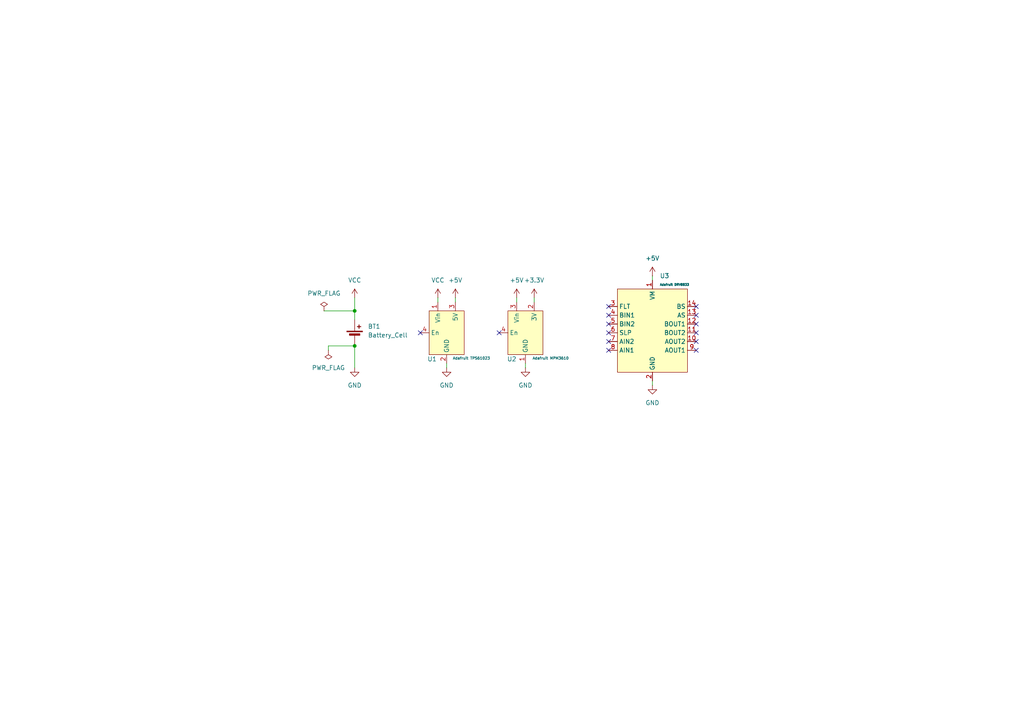
<source format=kicad_sch>
(kicad_sch (version 20250114) (generator "eeschema") (generator_version "9.0")
  (paper "A4")
  (lib_symbols
    (symbol "Device:Battery_Cell" (pin_numbers (hide yes)) (pin_names (offset 0) (hide yes))
      (property "Reference" "BT" (at 2.54 2.54 0))
      (property "Value" "Battery_Cell" (at 2.54 0 0))
      (symbol "Battery_Cell_0_1"
        (rectangle (start -2.286 1.778) (end 2.286 1.524) (fill (type outline)))
        (rectangle (start -1.524 1.016) (end 1.524 0.508) (fill (type outline)))
        (polyline (pts (xy 0 1.778) (xy 0 2.54)))
        (polyline (pts (xy 0 0.762) (xy 0 0)))
        (polyline (pts (xy 0.762 3.048) (xy 1.778 3.048)) (stroke (width 0.254)))
        (polyline (pts (xy 1.27 3.556) (xy 1.27 2.54)) (stroke (width 0.254)))
      )
      (symbol "Battery_Cell_1_1"
        (pin passive line (at 0 5.08 270) (length 2.54) (name "+") (number "1"))
        (pin passive line (at 0 -2.54 90) (length 2.54) (name "-") (number "2"))
      )
    )
    (symbol "Screen_Bot:Adafruit_DRV8833"
      (property "Reference" "U" (at -8.89 -13.97 0))
      (property "Value" "Adafruit DRV8833" (at 6.35 -13.97 0))
      (symbol "Adafruit_DRV8833_1_1"
        (rectangle (start -10.16 11.43) (end 10.16 -12.7) (fill (type color) (color 255 255 194 1)))
        (pin open_collector line (at -12.7 6.35 0) (length 2.54) (name "FLT") (number "3"))
        (pin input line (at -12.7 3.81 0) (length 2.54) (name "BIN1") (number "4"))
        (pin input line (at -12.7 1.27 0) (length 2.54) (name "BIN2") (number "5"))
        (pin input line (at -12.7 -1.27 0) (length 2.54) (name "SLP") (number "6"))
        (pin input line (at -12.7 -3.81 0) (length 2.54) (name "AIN2") (number "7"))
        (pin input line (at -12.7 -6.35 0) (length 2.54) (name "AIN1") (number "8"))
        (pin power_in line (at 0 13.97 270) (length 2.54) (name "VM") (number "1"))
        (pin power_in line (at 0 -15.24 90) (length 2.54) (name "GND") (number "2"))
        (pin passive line (at 12.7 6.35 180) (length 2.54) (name "BS") (number "14"))
        (pin passive line (at 12.7 3.81 180) (length 2.54) (name "AS") (number "13"))
        (pin output line (at 12.7 1.27 180) (length 2.54) (name "BOUT1") (number "12"))
        (pin output line (at 12.7 -1.27 180) (length 2.54) (name "BOUT2") (number "11"))
        (pin output line (at 12.7 -3.81 180) (length 2.54) (name "AOUT2") (number "10"))
        (pin output line (at 12.7 -6.35 180) (length 2.54) (name "AOUT1") (number "9"))
      )
    )
    (symbol "Screen_Bot:Adafruit_MPM3610"
      (property "Reference" "U" (at -5.08 -7.62 0))
      (property "Value" "Adafruit MPM3610" (at 6.35 -7.62 0))
      (symbol "Adafruit_MPM3610_1_1"
        (rectangle (start -5.08 6.35) (end 5.08 -6.35) (fill (type color) (color 255 255 194 1)))
        (pin input line (at -7.62 0 0) (length 2.54) (name "En") (number "4"))
        (pin power_in line (at -2.54 8.89 270) (length 2.54) (name "Vin") (number "3"))
        (pin power_in line (at 0 -8.89 90) (length 2.54) (name "GND") (number "1"))
        (pin power_out line (at 2.54 8.89 270) (length 2.54) (name "3V") (number "2"))
      )
    )
    (symbol "Screen_Bot:Adafruit_TPS61023"
      (property "Reference" "U" (at -5.08 -7.62 0))
      (property "Value" "Adafruit TPS61023" (at 6.35 -7.62 0))
      (symbol "Adafruit_TPS61023_1_1"
        (rectangle (start -5.08 6.35) (end 5.08 -6.35) (fill (type color) (color 255 255 194 1)))
        (pin input line (at -7.62 0 0) (length 2.54) (name "En") (number "4"))
        (pin power_in line (at -2.54 8.89 270) (length 2.54) (name "Vin") (number "1"))
        (pin power_in line (at 0 -8.89 90) (length 2.54) (name "GND") (number "2"))
        (pin power_out line (at 2.54 8.89 270) (length 2.54) (name "5V") (number "3"))
      )
    )
    (symbol "power:+3.3V" (power) (pin_numbers (hide yes)) (pin_names (offset 0) (hide yes))
      (property "Value" "+3.3V" (at 0 3.556 0))
      (symbol "+3.3V_0_1"
        (polyline (pts (xy -0.762 1.27) (xy 0 2.54)))
        (polyline (pts (xy 0 2.54) (xy 0.762 1.27)))
        (polyline (pts (xy 0 0) (xy 0 2.54)))
      )
      (symbol "+3.3V_1_1"
        (pin power_in line (at 0 0 90) (length 0) (name "~") (number "1"))
      )
    )
    (symbol "power:+5V" (power) (pin_numbers (hide yes)) (pin_names (offset 0) (hide yes))
      (property "Value" "+5V" (at 0 3.556 0))
      (symbol "+5V_0_1"
        (polyline (pts (xy -0.762 1.27) (xy 0 2.54)))
        (polyline (pts (xy 0 2.54) (xy 0.762 1.27)))
        (polyline (pts (xy 0 0) (xy 0 2.54)))
      )
      (symbol "+5V_1_1"
        (pin power_in line (at 0 0 90) (length 0) (name "~") (number "1"))
      )
    )
    (symbol "power:GND" (power) (pin_numbers (hide yes)) (pin_names (offset 0) (hide yes))
      (property "Value" "GND" (at 0 -3.81 0))
      (symbol "GND_0_1"
        (polyline (pts (xy 0 0) (xy 0 -1.27) (xy 1.27 -1.27) (xy 0 -2.54) (xy -1.27 -1.27) (xy 0 -1.27)))
      )
      (symbol "GND_1_1"
        (pin power_in line (at 0 0 270) (length 0) (name "~") (number "1"))
      )
    )
    (symbol "power:PWR_FLAG" (power) (pin_numbers (hide yes)) (pin_names (offset 0) (hide yes))
      (property "Value" "PWR_FLAG" (at 0 3.81 0))
      (symbol "PWR_FLAG_0_0"
        (pin power_out line (at 0 0 90) (length 0) (name "~") (number "1"))
      )
      (symbol "PWR_FLAG_0_1"
        (polyline (pts (xy 0 0) (xy 0 1.27) (xy -1.016 1.905) (xy 0 2.54) (xy 1.016 1.905) (xy 0 1.27)))
      )
    )
    (symbol "power:VCC" (power) (pin_numbers (hide yes)) (pin_names (offset 0) (hide yes))
      (property "Value" "VCC" (at 0 3.556 0))
      (symbol "VCC_0_1"
        (polyline (pts (xy -0.762 1.27) (xy 0 2.54)))
        (polyline (pts (xy 0 2.54) (xy 0.762 1.27)))
        (polyline (pts (xy 0 0) (xy 0 2.54)))
      )
      (symbol "VCC_1_1"
        (pin power_in line (at 0 0 90) (length 0) (name "~") (number "1"))
      )
    )
  )
  (junction (at 102.87 100.33))
  (junction (at 102.87 90.17))
  (no_connect (at 201.93 88.9))
  (no_connect (at 121.92 96.52))
  (no_connect (at 176.53 93.98))
  (no_connect (at 176.53 96.52))
  (no_connect (at 201.93 96.52))
  (no_connect (at 176.53 88.9))
  (no_connect (at 144.78 96.52))
  (no_connect (at 176.53 91.44))
  (no_connect (at 201.93 91.44))
  (no_connect (at 201.93 101.6))
  (no_connect (at 201.93 99.06))
  (no_connect (at 176.53 99.06))
  (no_connect (at 201.93 93.98))
  (no_connect (at 176.53 101.6))
  (wire (pts (xy 102.87 100.33) (xy 102.87 106.68)))
  (wire (pts (xy 102.87 90.17) (xy 102.87 92.71)))
  (wire (pts (xy 154.94 86.36) (xy 154.94 87.63)))
  (wire (pts (xy 102.87 86.36) (xy 102.87 90.17)))
  (wire (pts (xy 102.87 90.17) (xy 93.98 90.17)))
  (wire (pts (xy 102.87 100.33) (xy 95.25 100.33)))
  (wire (pts (xy 152.4 105.41) (xy 152.4 106.68)))
  (wire (pts (xy 129.54 105.41) (xy 129.54 106.68)))
  (wire (pts (xy 189.23 80.01) (xy 189.23 81.28)))
  (wire (pts (xy 189.23 110.49) (xy 189.23 111.76)))
  (wire (pts (xy 127 86.36) (xy 127 87.63)))
  (wire (pts (xy 149.86 86.36) (xy 149.86 87.63)))
  (wire (pts (xy 132.08 86.36) (xy 132.08 87.63)))
  (wire (pts (xy 95.25 100.33) (xy 95.25 101.6)))
  (symbol (lib_id "Screen_Bot:Adafruit_DRV8833") (at 189.23 95.25 0) (unit 1)
    (property "Reference" "U3" (at 191.3733 80.01 0) (effects (justify left)))
    (property "Value" "Adafruit DRV8833" (at 191.3733 82.55 0) (effects (font (size 0.635 0.635)) (justify left)))
    (property "Footprint" "Screen_Bot:Adafruit_DRV8833" (effects (hide yes)))
  )
  (symbol (lib_id "power:VCC") (at 102.87 86.36 0) (unit 1)
    (property "Reference" "#PWR03" (effects (hide yes)))
    (property "Value" "VCC" (at 102.87 81.28 0))
    (property "Description" "Power symbol creates a global label with name \"VCC\"" (effects (hide yes)))
  )
  (symbol (lib_id "power:GND") (at 129.54 106.68 0) (unit 1)
    (property "Reference" "#PWR07" (effects (hide yes)))
    (property "Value" "GND" (at 129.54 111.76 0))
    (property "Description" "Power symbol creates a global label with name \"GND\" , ground" (effects (hide yes)))
  )
  (symbol (lib_id "power:PWR_FLAG") (at 93.98 90.17 0) (unit 1)
    (property "Reference" "#FLG01" (effects (hide yes)))
    (property "Value" "PWR_FLAG" (at 93.98 85.09 0))
    (property "Description" "Special symbol for telling ERC where power comes from" (effects (hide yes)))
  )
  (symbol (lib_id "power:+3.3V") (at 154.94 86.36 0) (unit 1)
    (property "Reference" "#PWR05" (effects (hide yes)))
    (property "Value" "+3.3V" (at 154.94 81.28 0))
    (property "Description" "Power symbol creates a global label with name \"+3.3V\"" (effects (hide yes)))
  )
  (symbol (lib_id "power:GND") (at 189.23 111.76 0) (unit 1)
    (property "Reference" "#PWR09" (effects (hide yes)))
    (property "Value" "GND" (at 189.23 116.84 0))
    (property "Description" "Power symbol creates a global label with name \"GND\" , ground" (effects (hide yes)))
  )
  (symbol (lib_id "power:+5V") (at 149.86 86.36 0) (unit 1)
    (property "Reference" "#PWR02" (effects (hide yes)))
    (property "Value" "+5V" (at 149.86 81.28 0))
    (property "Description" "Power symbol creates a global label with name \"+5V\"" (effects (hide yes)))
  )
  (symbol (lib_id "power:GND") (at 102.87 106.68 0) (unit 1)
    (property "Reference" "#PWR01" (effects (hide yes)))
    (property "Value" "GND" (at 102.87 111.76 0))
    (property "Description" "Power symbol creates a global label with name \"GND\" , ground" (effects (hide yes)))
  )
  (symbol (lib_id "Screen_Bot:Adafruit_MPM3610") (at 152.4 96.52 0) (unit 1)
    (property "Reference" "U2" (at 147.066 104.14 0) (effects (justify left)))
    (property "Value" "Adafruit MPM3610" (at 154.432 103.886 0) (effects (font (size 0.762 0.762)) (justify left)))
    (property "Footprint" "Screen_Bot:Adafruit_MPM3610" (effects (hide yes)))
  )
  (symbol (lib_id "power:VCC") (at 127 86.36 0) (unit 1)
    (property "Reference" "#PWR04" (effects (hide yes)))
    (property "Value" "VCC" (at 127 81.28 0))
    (property "Description" "Power symbol creates a global label with name \"VCC\"" (effects (hide yes)))
  )
  (symbol (lib_id "power:GND") (at 152.4 106.68 0) (unit 1)
    (property "Reference" "#PWR010" (effects (hide yes)))
    (property "Value" "GND" (at 152.4 111.76 0))
    (property "Description" "Power symbol creates a global label with name \"GND\" , ground" (effects (hide yes)))
  )
  (symbol (lib_id "power:+5V") (at 132.08 86.36 0) (unit 1)
    (property "Reference" "#PWR06" (effects (hide yes)))
    (property "Value" "+5V" (at 132.08 81.28 0))
    (property "Description" "Power symbol creates a global label with name \"+5V\"" (effects (hide yes)))
  )
  (symbol (lib_id "power:PWR_FLAG") (at 95.25 101.6 180) (unit 1)
    (property "Reference" "#FLG02" (effects (hide yes)))
    (property "Value" "PWR_FLAG" (at 95.25 106.68 0))
    (property "Description" "Special symbol for telling ERC where power comes from" (effects (hide yes)))
  )
  (symbol (lib_id "power:+5V") (at 189.23 80.01 0) (unit 1)
    (property "Reference" "#PWR08" (effects (hide yes)))
    (property "Value" "+5V" (at 189.23 74.93 0))
    (property "Description" "Power symbol creates a global label with name \"+5V\"" (effects (hide yes)))
  )
  (symbol (lib_id "Device:Battery_Cell") (at 102.87 97.79 0) (unit 1)
    (property "Reference" "BT1" (at 106.68 94.6784 0) (effects (justify left)))
    (property "Value" "Battery_Cell" (at 106.68 97.2184 0) (effects (justify left)))
    (property "Footprint" "Connector:Banana_Jack_2Pin" (effects (hide yes)))
    (property "Description" "Single-cell battery" (effects (hide yes)))
  )
  (symbol (lib_id "Screen_Bot:Adafruit_TPS61023") (at 129.54 96.52 0) (unit 1)
    (property "Reference" "U1" (at 123.952 104.14 0) (effects (justify left)))
    (property "Value" "Adafruit TPS61023" (at 131.318 103.886 0) (effects (font (size 0.762 0.762)) (justify left)))
    (property "Footprint" "Screen_Bot:Adafruit_TPS61023" (effects (hide yes)))
  )
)
</source>
